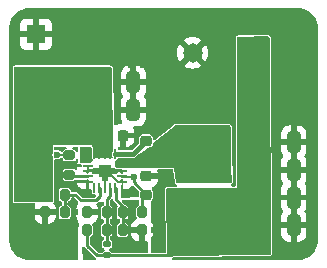
<source format=gbr>
%TF.GenerationSoftware,KiCad,Pcbnew,8.99.0-334-gf341ab9b00*%
%TF.CreationDate,2024-09-09T23:07:31-04:00*%
%TF.ProjectId,Buck Converter,4275636b-2043-46f6-9e76-65727465722e,V1*%
%TF.SameCoordinates,Original*%
%TF.FileFunction,Copper,L1,Top*%
%TF.FilePolarity,Positive*%
%FSLAX46Y46*%
G04 Gerber Fmt 4.6, Leading zero omitted, Abs format (unit mm)*
G04 Created by KiCad (PCBNEW 8.99.0-334-gf341ab9b00) date 2024-09-09 23:07:31*
%MOMM*%
%LPD*%
G01*
G04 APERTURE LIST*
G04 Aperture macros list*
%AMRoundRect*
0 Rectangle with rounded corners*
0 $1 Rounding radius*
0 $2 $3 $4 $5 $6 $7 $8 $9 X,Y pos of 4 corners*
0 Add a 4 corners polygon primitive as box body*
4,1,4,$2,$3,$4,$5,$6,$7,$8,$9,$2,$3,0*
0 Add four circle primitives for the rounded corners*
1,1,$1+$1,$2,$3*
1,1,$1+$1,$4,$5*
1,1,$1+$1,$6,$7*
1,1,$1+$1,$8,$9*
0 Add four rect primitives between the rounded corners*
20,1,$1+$1,$2,$3,$4,$5,0*
20,1,$1+$1,$4,$5,$6,$7,0*
20,1,$1+$1,$6,$7,$8,$9,0*
20,1,$1+$1,$8,$9,$2,$3,0*%
G04 Aperture macros list end*
%TA.AperFunction,SMDPad,CuDef*%
%ADD10RoundRect,0.250000X-0.325000X-0.650000X0.325000X-0.650000X0.325000X0.650000X-0.325000X0.650000X0*%
%TD*%
%TA.AperFunction,SMDPad,CuDef*%
%ADD11O,0.250000X0.850000*%
%TD*%
%TA.AperFunction,SMDPad,CuDef*%
%ADD12O,0.850000X0.250000*%
%TD*%
%TA.AperFunction,SMDPad,CuDef*%
%ADD13R,1.075000X1.026000*%
%TD*%
%TA.AperFunction,SMDPad,CuDef*%
%ADD14RoundRect,0.200000X0.200000X0.275000X-0.200000X0.275000X-0.200000X-0.275000X0.200000X-0.275000X0*%
%TD*%
%TA.AperFunction,SMDPad,CuDef*%
%ADD15RoundRect,0.200000X-0.200000X-0.275000X0.200000X-0.275000X0.200000X0.275000X-0.200000X0.275000X0*%
%TD*%
%TA.AperFunction,SMDPad,CuDef*%
%ADD16RoundRect,0.225000X0.250000X-0.225000X0.250000X0.225000X-0.250000X0.225000X-0.250000X-0.225000X0*%
%TD*%
%TA.AperFunction,SMDPad,CuDef*%
%ADD17R,3.800000X4.000000*%
%TD*%
%TA.AperFunction,ComponentPad*%
%ADD18R,1.650000X1.650000*%
%TD*%
%TA.AperFunction,ComponentPad*%
%ADD19C,1.650000*%
%TD*%
%TA.AperFunction,SMDPad,CuDef*%
%ADD20RoundRect,0.225000X0.225000X0.250000X-0.225000X0.250000X-0.225000X-0.250000X0.225000X-0.250000X0*%
%TD*%
%TA.AperFunction,SMDPad,CuDef*%
%ADD21RoundRect,0.200000X-0.275000X0.200000X-0.275000X-0.200000X0.275000X-0.200000X0.275000X0.200000X0*%
%TD*%
%TA.AperFunction,SMDPad,CuDef*%
%ADD22RoundRect,0.140000X-0.170000X0.140000X-0.170000X-0.140000X0.170000X-0.140000X0.170000X0.140000X0*%
%TD*%
%TA.AperFunction,SMDPad,CuDef*%
%ADD23RoundRect,0.225000X-0.250000X0.225000X-0.250000X-0.225000X0.250000X-0.225000X0.250000X0.225000X0*%
%TD*%
%TA.AperFunction,SMDPad,CuDef*%
%ADD24RoundRect,0.250000X0.325000X0.650000X-0.325000X0.650000X-0.325000X-0.650000X0.325000X-0.650000X0*%
%TD*%
%TA.AperFunction,ViaPad*%
%ADD25C,0.635000*%
%TD*%
%TA.AperFunction,ViaPad*%
%ADD26C,0.600000*%
%TD*%
%TA.AperFunction,Conductor*%
%ADD27C,0.508000*%
%TD*%
%TA.AperFunction,Conductor*%
%ADD28C,0.254000*%
%TD*%
%TA.AperFunction,Conductor*%
%ADD29C,0.200000*%
%TD*%
%TA.AperFunction,Conductor*%
%ADD30C,0.431800*%
%TD*%
G04 APERTURE END LIST*
D10*
%TO.P,C6,1*%
%TO.N,/V_{OUT}*%
X172050000Y-108100000D03*
%TO.P,C6,2*%
%TO.N,GND*%
X175000000Y-108100000D03*
%TD*%
D11*
%TO.P,IC1,1,BST*%
%TO.N,Net-(IC1-BST)*%
X159900000Y-102050000D03*
%TO.P,IC1,2,VIN_1*%
%TO.N,/V_{IN}*%
X159450000Y-102050000D03*
%TO.P,IC1,3,VIN_2*%
X159000000Y-102050000D03*
%TO.P,IC1,4,VIN_3*%
X158550000Y-102050000D03*
%TO.P,IC1,5,VIN_4*%
X158100000Y-102050000D03*
D12*
%TO.P,IC1,6,SW_1*%
%TO.N,Net-(IC1-SW_1)*%
X157550000Y-102600000D03*
%TO.P,IC1,7,PGND_1*%
%TO.N,GND*%
X157550000Y-103050000D03*
%TO.P,IC1,8,PGND_2*%
X157550000Y-103500000D03*
%TO.P,IC1,9,PGOOD*%
%TO.N,Net-(IC1-PGOOD)*%
X157550000Y-103950000D03*
%TO.P,IC1,10,NC_1*%
%TO.N,GND*%
X157550000Y-104400000D03*
D11*
%TO.P,IC1,11,SS*%
%TO.N,unconnected-(IC1-SS-Pad11)*%
X158100000Y-104950000D03*
%TO.P,IC1,12,EN*%
%TO.N,/EN*%
X158550000Y-104950000D03*
%TO.P,IC1,13,AGND*%
%TO.N,GND*%
X159000000Y-104950000D03*
%TO.P,IC1,14,FB*%
%TO.N,Net-(IC1-FB)*%
X159450000Y-104950000D03*
%TO.P,IC1,15,MODE*%
%TO.N,/MODE*%
X159900000Y-104950000D03*
D12*
%TO.P,IC1,16,NC_2*%
%TO.N,GND*%
X160450000Y-104400000D03*
%TO.P,IC1,17,VCC*%
%TO.N,Net-(IC1-VCC)*%
X160450000Y-103950000D03*
%TO.P,IC1,18,PGND_3*%
%TO.N,GND*%
X160450000Y-103500000D03*
%TO.P,IC1,19,SW_2*%
%TO.N,Net-(IC1-SW_1)*%
X160450000Y-103050000D03*
%TO.P,IC1,20,SW_3*%
X160450000Y-102600000D03*
D13*
%TO.P,IC1,21,PGND_4*%
%TO.N,GND*%
X159000000Y-103500000D03*
%TD*%
D14*
%TO.P,R5,1*%
%TO.N,Net-(IC1-FB)*%
X159150000Y-107000000D03*
%TO.P,R5,2*%
%TO.N,GND*%
X157500000Y-107000000D03*
%TD*%
D15*
%TO.P,R2,1*%
%TO.N,/V_{IN}*%
X153962500Y-105500000D03*
%TO.P,R2,2*%
%TO.N,/EN*%
X155612500Y-105500000D03*
%TD*%
D16*
%TO.P,C4,1*%
%TO.N,Net-(IC1-VCC)*%
X162500000Y-105500000D03*
%TO.P,C4,2*%
%TO.N,GND*%
X162500000Y-103950000D03*
%TD*%
D15*
%TO.P,R4,1*%
%TO.N,/V_{OUT}*%
X157500000Y-108500000D03*
%TO.P,R4,2*%
%TO.N,Net-(IC1-FB)*%
X159150000Y-108500000D03*
%TD*%
D10*
%TO.P,C9,1*%
%TO.N,/V_{OUT}*%
X172050000Y-101050000D03*
%TO.P,C9,2*%
%TO.N,GND*%
X175000000Y-101050000D03*
%TD*%
D15*
%TO.P,R6,1*%
%TO.N,/MODE*%
X160500000Y-108500000D03*
%TO.P,R6,2*%
%TO.N,GND*%
X162150000Y-108500000D03*
%TD*%
D17*
%TO.P,L1,1,1*%
%TO.N,Net-(IC1-SW_1)*%
X167475000Y-102075000D03*
%TO.P,L1,2,2*%
%TO.N,/V_{OUT}*%
X167475000Y-107775000D03*
%TD*%
D18*
%TO.P,J1,1*%
%TO.N,GND*%
X153175000Y-91925000D03*
D19*
%TO.P,J1,2*%
%TO.N,/V_{IN}*%
X153175000Y-97005000D03*
%TD*%
D10*
%TO.P,C8,1*%
%TO.N,/V_{OUT}*%
X172050000Y-103400000D03*
%TO.P,C8,2*%
%TO.N,GND*%
X175000000Y-103400000D03*
%TD*%
D18*
%TO.P,J2,1*%
%TO.N,/V_{OUT}*%
X171515000Y-93500000D03*
D19*
%TO.P,J2,2*%
%TO.N,GND*%
X166435000Y-93500000D03*
%TD*%
D20*
%TO.P,C1,1*%
%TO.N,GND*%
X160550000Y-100500000D03*
%TO.P,C1,2*%
%TO.N,/V_{IN}*%
X159000000Y-100500000D03*
%TD*%
D10*
%TO.P,C7,1*%
%TO.N,/V_{OUT}*%
X172050000Y-105750000D03*
%TO.P,C7,2*%
%TO.N,GND*%
X175000000Y-105750000D03*
%TD*%
D21*
%TO.P,R3,1*%
%TO.N,Net-(IC1-VCC)*%
X156000000Y-102175000D03*
%TO.P,R3,2*%
%TO.N,Net-(IC1-PGOOD)*%
X156000000Y-103825000D03*
%TD*%
D22*
%TO.P,C5,1*%
%TO.N,Net-(IC1-FB)*%
X159175000Y-109695000D03*
%TO.P,C5,2*%
%TO.N,/V_{OUT}*%
X159175000Y-110655000D03*
%TD*%
D23*
%TO.P,C10,1*%
%TO.N,Net-(IC1-BST)*%
X162500000Y-100950000D03*
%TO.P,C10,2*%
%TO.N,Net-(IC1-SW_1)*%
X162500000Y-102500000D03*
%TD*%
D15*
%TO.P,R7,1*%
%TO.N,/MODE*%
X160500000Y-107000000D03*
%TO.P,R7,2*%
%TO.N,Net-(IC1-VCC)*%
X162150000Y-107000000D03*
%TD*%
D14*
%TO.P,R1,1*%
%TO.N,/EN*%
X155600000Y-107000000D03*
%TO.P,R1,2*%
%TO.N,GND*%
X153950000Y-107000000D03*
%TD*%
D24*
%TO.P,C2,1*%
%TO.N,GND*%
X161425000Y-98325000D03*
%TO.P,C2,2*%
%TO.N,/V_{IN}*%
X158475000Y-98325000D03*
%TD*%
%TO.P,C3,1*%
%TO.N,GND*%
X161425000Y-95975000D03*
%TO.P,C3,2*%
%TO.N,/V_{IN}*%
X158475000Y-95975000D03*
%TD*%
D25*
%TO.N,/V_{OUT}*%
X170675000Y-109950000D03*
X170725000Y-97025000D03*
X170675000Y-107175000D03*
X170775000Y-100250000D03*
X169175000Y-107175000D03*
X172125000Y-98725000D03*
X166200000Y-109950000D03*
X167625000Y-109950000D03*
X170700000Y-104375000D03*
X164800000Y-105825000D03*
X169175000Y-109975000D03*
X170700000Y-103075000D03*
X164775000Y-107900000D03*
X170700000Y-108500000D03*
X170750000Y-98725000D03*
X172150000Y-95450000D03*
X172100000Y-97025000D03*
X170700000Y-101625000D03*
X169175000Y-105825000D03*
X170675000Y-105775000D03*
X170775000Y-95450000D03*
X169200000Y-108500000D03*
X167075000Y-105825000D03*
%TO.N,/V_{IN}*%
X152275000Y-98725000D03*
X152300000Y-100450000D03*
X157500000Y-98700000D03*
X155550000Y-100500000D03*
X152350000Y-104275000D03*
X157525000Y-100525000D03*
X155550000Y-98725000D03*
X152300000Y-102325000D03*
X157475000Y-96675000D03*
X153750000Y-100450000D03*
X153800000Y-104275000D03*
X153725000Y-98725000D03*
X155550000Y-96675000D03*
X153750000Y-102325000D03*
D26*
%TO.N,GND*%
X176600000Y-105700000D03*
X159825000Y-107750000D03*
X163675000Y-103950000D03*
X160700000Y-105350000D03*
X160200000Y-94550000D03*
X163675000Y-105050000D03*
X163675000Y-106050000D03*
X176575000Y-101025000D03*
X161350000Y-109800000D03*
X161200000Y-94550000D03*
X161450000Y-105350000D03*
X160225000Y-109775000D03*
X158275000Y-109675000D03*
X162925000Y-96625000D03*
X156500000Y-109700000D03*
X176575000Y-103350000D03*
X152650000Y-106600000D03*
X155025000Y-104325000D03*
X151600000Y-107750000D03*
X156550000Y-108100000D03*
X152650000Y-107750000D03*
X162925000Y-95700000D03*
X151600000Y-108850000D03*
X156450000Y-106950000D03*
X151600000Y-106600000D03*
X155025000Y-103550000D03*
X162875000Y-97925000D03*
X176600000Y-108075000D03*
X159000000Y-103500000D03*
X162250000Y-94550000D03*
X162875000Y-98825000D03*
X152650000Y-108850000D03*
%TO.N,Net-(IC1-VCC)*%
X161475000Y-103975000D03*
X154975000Y-102125000D03*
%TO.N,Net-(IC1-SW_1)*%
X164650000Y-102725000D03*
X161425000Y-102900000D03*
X163800000Y-102000000D03*
X157450000Y-102000000D03*
X164600000Y-101150000D03*
%TD*%
D27*
%TO.N,/V_{OUT}*%
X171850000Y-108200000D02*
X172050000Y-108000000D01*
D28*
X157500000Y-108500000D02*
X157500000Y-109825000D01*
X167075000Y-107775000D02*
X167475000Y-107775000D01*
X158330000Y-110655000D02*
X159175000Y-110655000D01*
X167475000Y-107775000D02*
X164595000Y-110655000D01*
X157500000Y-109825000D02*
X158330000Y-110655000D01*
X164595000Y-110655000D02*
X159175000Y-110655000D01*
%TO.N,/MODE*%
X159950000Y-105950000D02*
X159950000Y-104950000D01*
X160500000Y-106500000D02*
X159950000Y-105950000D01*
X160500000Y-108500000D02*
X160500000Y-106500000D01*
D29*
%TO.N,GND*%
X158975000Y-103450000D02*
X159000000Y-103500000D01*
X159000000Y-104950000D02*
X158975000Y-103450000D01*
X159109619Y-103400000D02*
X159450000Y-103400000D01*
X159450000Y-103740381D02*
X160109619Y-104400000D01*
X160109619Y-104400000D02*
X160450000Y-104400000D01*
X157550000Y-103050000D02*
X157550000Y-103500000D01*
X159000000Y-103500000D02*
X159209619Y-103500000D01*
X159209619Y-103500000D02*
X159109619Y-103400000D01*
X159450000Y-103400000D02*
X159450000Y-103740381D01*
D28*
%TO.N,Net-(IC1-VCC)*%
X162500000Y-105500000D02*
X161475000Y-104475000D01*
X162150000Y-107000000D02*
X162150000Y-105850000D01*
X161475000Y-104475000D02*
X161475000Y-103975000D01*
X162150000Y-105850000D02*
X162500000Y-105500000D01*
D29*
X155025000Y-102175000D02*
X154975000Y-102125000D01*
X156000000Y-102175000D02*
X155025000Y-102175000D01*
X160475000Y-103975000D02*
X160450000Y-103950000D01*
X161475000Y-103975000D02*
X160475000Y-103975000D01*
D28*
%TO.N,Net-(IC1-PGOOD)*%
X156125000Y-103950000D02*
X157600000Y-103950000D01*
X156000000Y-103825000D02*
X156125000Y-103950000D01*
%TO.N,/EN*%
X157000000Y-106000000D02*
X158229000Y-106000000D01*
X156500000Y-105500000D02*
X157000000Y-106000000D01*
X155612500Y-105500000D02*
X155612500Y-106987500D01*
X155612500Y-106987500D02*
X155600000Y-107000000D01*
X158229000Y-106000000D02*
X158600000Y-105629000D01*
X158600000Y-105629000D02*
X158600000Y-104950000D01*
X155612500Y-105500000D02*
X156500000Y-105500000D01*
D29*
%TO.N,Net-(IC1-BST)*%
X162500000Y-100950000D02*
X162275000Y-101175000D01*
D30*
X159900000Y-102050000D02*
X161400000Y-102050000D01*
X161400000Y-102050000D02*
X162500000Y-100950000D01*
D28*
%TO.N,Net-(IC1-FB)*%
X159450000Y-105625000D02*
X159175000Y-105900000D01*
D29*
X159175000Y-108525000D02*
X159150000Y-108500000D01*
D28*
X159450000Y-104950000D02*
X159450000Y-105625000D01*
X159175000Y-105900000D02*
X159175000Y-109695000D01*
%TD*%
%TA.AperFunction,Conductor*%
%TO.N,Net-(IC1-SW_1)*%
G36*
X157818039Y-101469685D02*
G01*
X157863794Y-101522489D01*
X157875000Y-101574000D01*
X157875000Y-101690424D01*
X157874500Y-101695506D01*
X157874500Y-102404507D01*
X157875000Y-102409582D01*
X157875000Y-102700500D01*
X157855315Y-102767539D01*
X157802511Y-102813294D01*
X157751000Y-102824500D01*
X157195493Y-102824500D01*
X157190418Y-102825000D01*
X156999000Y-102825000D01*
X156931961Y-102805315D01*
X156886206Y-102752511D01*
X156875000Y-102701000D01*
X156875000Y-101574000D01*
X156894685Y-101506961D01*
X156947489Y-101461206D01*
X156999000Y-101450000D01*
X157751000Y-101450000D01*
X157818039Y-101469685D01*
G37*
%TD.AperFunction*%
%TD*%
%TA.AperFunction,Conductor*%
%TO.N,GND*%
G36*
X158890539Y-106119685D02*
G01*
X158936294Y-106172489D01*
X158947500Y-106224000D01*
X158947500Y-106316816D01*
X158927815Y-106383855D01*
X158875011Y-106429610D01*
X158873587Y-106430250D01*
X158777234Y-106472794D01*
X158697794Y-106552234D01*
X158652415Y-106655006D01*
X158652415Y-106655008D01*
X158649500Y-106680131D01*
X158649500Y-107319856D01*
X158649502Y-107319882D01*
X158652413Y-107344987D01*
X158652415Y-107344991D01*
X158697793Y-107447764D01*
X158697794Y-107447765D01*
X158777235Y-107527206D01*
X158873588Y-107569750D01*
X158926962Y-107614834D01*
X158947490Y-107681620D01*
X158947500Y-107683183D01*
X158947500Y-107816816D01*
X158927815Y-107883855D01*
X158875011Y-107929610D01*
X158873587Y-107930250D01*
X158777234Y-107972794D01*
X158697794Y-108052234D01*
X158652415Y-108155006D01*
X158652415Y-108155008D01*
X158649500Y-108180131D01*
X158649500Y-108819856D01*
X158649502Y-108819882D01*
X158652413Y-108844987D01*
X158652415Y-108844991D01*
X158697793Y-108947764D01*
X158697794Y-108947765D01*
X158777235Y-109027206D01*
X158873588Y-109069750D01*
X158926962Y-109114834D01*
X158947490Y-109181620D01*
X158947500Y-109183183D01*
X158947500Y-109237893D01*
X158927815Y-109304932D01*
X158892392Y-109340995D01*
X158831608Y-109381610D01*
X158778454Y-109461161D01*
X158778452Y-109461165D01*
X158764500Y-109531307D01*
X158764500Y-109858692D01*
X158778452Y-109928834D01*
X158778453Y-109928837D01*
X158778454Y-109928839D01*
X158831609Y-110008391D01*
X158911161Y-110061546D01*
X158921316Y-110068331D01*
X158920254Y-110069919D01*
X158962896Y-110104286D01*
X158984956Y-110170582D01*
X158967673Y-110238280D01*
X158921219Y-110281524D01*
X158921316Y-110281669D01*
X158920423Y-110282265D01*
X158916533Y-110285887D01*
X158911699Y-110288094D01*
X158831608Y-110341609D01*
X158811041Y-110372391D01*
X158757428Y-110417196D01*
X158707939Y-110427500D01*
X158475595Y-110427500D01*
X158408556Y-110407815D01*
X158387914Y-110391181D01*
X157763819Y-109767086D01*
X157730334Y-109705763D01*
X157727500Y-109679405D01*
X157727500Y-109172144D01*
X157747185Y-109105105D01*
X157799989Y-109059350D01*
X157801290Y-109058765D01*
X157872765Y-109027206D01*
X157952206Y-108947765D01*
X157997585Y-108844991D01*
X158000500Y-108819865D01*
X158000499Y-108180136D01*
X158000497Y-108180117D01*
X157997586Y-108155012D01*
X157997585Y-108155011D01*
X157997585Y-108155009D01*
X157957319Y-108063815D01*
X157948248Y-107994542D01*
X157978071Y-107931357D01*
X158006604Y-107907616D01*
X158134877Y-107830072D01*
X158255072Y-107709877D01*
X158343019Y-107564395D01*
X158393590Y-107402106D01*
X158400000Y-107331572D01*
X158400000Y-107250000D01*
X157374000Y-107250000D01*
X157306961Y-107230315D01*
X157261206Y-107177511D01*
X157250000Y-107126000D01*
X157250000Y-106874000D01*
X157269685Y-106806961D01*
X157322489Y-106761206D01*
X157374000Y-106750000D01*
X158399999Y-106750000D01*
X158399999Y-106668417D01*
X158393591Y-106597897D01*
X158393590Y-106597892D01*
X158343018Y-106435601D01*
X158303290Y-106369884D01*
X158285453Y-106302329D01*
X158306970Y-106235855D01*
X158348930Y-106201466D01*
X158347716Y-106199648D01*
X158357865Y-106192866D01*
X158357868Y-106192865D01*
X158414415Y-106136317D01*
X158475736Y-106102834D01*
X158502095Y-106100000D01*
X158823500Y-106100000D01*
X158890539Y-106119685D01*
G37*
%TD.AperFunction*%
%TA.AperFunction,Conductor*%
G36*
X159641834Y-105857413D02*
G01*
X159697767Y-105899285D01*
X159722184Y-105964749D01*
X159722500Y-105973595D01*
X159722500Y-105995253D01*
X159757136Y-106078870D01*
X160051466Y-106373200D01*
X160084951Y-106434523D01*
X160079967Y-106504215D01*
X160051470Y-106548559D01*
X160047794Y-106552234D01*
X160002415Y-106655006D01*
X160002415Y-106655008D01*
X159999500Y-106680131D01*
X159999500Y-107319856D01*
X159999502Y-107319882D01*
X160002413Y-107344987D01*
X160002415Y-107344991D01*
X160047793Y-107447764D01*
X160047794Y-107447765D01*
X160127235Y-107527206D01*
X160198587Y-107558711D01*
X160251962Y-107603795D01*
X160272490Y-107670581D01*
X160272500Y-107672144D01*
X160272500Y-107827855D01*
X160252815Y-107894894D01*
X160200011Y-107940649D01*
X160198587Y-107941289D01*
X160127234Y-107972794D01*
X160047794Y-108052234D01*
X160002415Y-108155006D01*
X160002415Y-108155008D01*
X159999500Y-108180131D01*
X159999500Y-108819856D01*
X159999502Y-108819882D01*
X160002413Y-108844987D01*
X160002415Y-108844991D01*
X160047793Y-108947764D01*
X160047794Y-108947765D01*
X160127235Y-109027206D01*
X160230009Y-109072585D01*
X160255135Y-109075500D01*
X160744864Y-109075499D01*
X160744879Y-109075497D01*
X160744882Y-109075497D01*
X160769987Y-109072586D01*
X160769988Y-109072585D01*
X160769991Y-109072585D01*
X160872765Y-109027206D01*
X160952206Y-108947765D01*
X160997585Y-108844991D01*
X161000500Y-108819865D01*
X161000500Y-108750000D01*
X161250001Y-108750000D01*
X161250001Y-108831582D01*
X161256408Y-108902102D01*
X161256409Y-108902107D01*
X161306981Y-109064396D01*
X161394927Y-109209877D01*
X161515122Y-109330072D01*
X161660604Y-109418019D01*
X161660603Y-109418019D01*
X161822894Y-109468590D01*
X161822893Y-109468590D01*
X161893408Y-109474998D01*
X161893426Y-109474999D01*
X161899999Y-109474998D01*
X161900000Y-109474998D01*
X161900000Y-108750000D01*
X161250001Y-108750000D01*
X161000500Y-108750000D01*
X161000499Y-108180136D01*
X161000497Y-108180117D01*
X160997586Y-108155012D01*
X160997585Y-108155010D01*
X160997585Y-108155009D01*
X160952206Y-108052235D01*
X160872765Y-107972794D01*
X160801413Y-107941289D01*
X160748037Y-107896203D01*
X160727510Y-107829417D01*
X160727500Y-107827855D01*
X160727500Y-107672144D01*
X160747185Y-107605105D01*
X160799989Y-107559350D01*
X160801290Y-107558765D01*
X160872765Y-107527206D01*
X160952206Y-107447765D01*
X160997585Y-107344991D01*
X161000500Y-107319865D01*
X161000499Y-106680136D01*
X160999140Y-106668417D01*
X160997586Y-106655012D01*
X160997585Y-106655010D01*
X160997585Y-106655009D01*
X160952206Y-106552235D01*
X160872765Y-106472794D01*
X160826412Y-106452327D01*
X160769993Y-106427415D01*
X160766462Y-106426455D01*
X160763007Y-106424331D01*
X160761458Y-106423647D01*
X160761551Y-106423435D01*
X160706942Y-106389861D01*
X160695911Y-106375692D01*
X160692866Y-106371135D01*
X160692865Y-106371132D01*
X160628868Y-106307135D01*
X160483414Y-106161681D01*
X160449929Y-106100358D01*
X160454913Y-106030666D01*
X160496785Y-105974733D01*
X160562249Y-105950316D01*
X160571095Y-105950000D01*
X161798500Y-105950000D01*
X161865539Y-105969685D01*
X161911294Y-106022489D01*
X161922500Y-106074000D01*
X161922500Y-106327855D01*
X161902815Y-106394894D01*
X161850011Y-106440649D01*
X161848587Y-106441289D01*
X161777234Y-106472794D01*
X161697794Y-106552234D01*
X161652415Y-106655006D01*
X161652415Y-106655008D01*
X161649500Y-106680131D01*
X161649500Y-107319856D01*
X161649502Y-107319882D01*
X161652413Y-107344987D01*
X161652414Y-107344988D01*
X161652414Y-107344990D01*
X161652415Y-107344991D01*
X161692679Y-107436181D01*
X161701751Y-107505458D01*
X161671928Y-107568643D01*
X161643396Y-107592382D01*
X161515125Y-107669925D01*
X161515121Y-107669928D01*
X161394927Y-107790122D01*
X161306980Y-107935604D01*
X161256409Y-108097893D01*
X161250000Y-108168427D01*
X161250000Y-108250000D01*
X162276000Y-108250000D01*
X162343039Y-108269685D01*
X162388794Y-108322489D01*
X162400000Y-108374000D01*
X162400000Y-109474999D01*
X162406581Y-109474999D01*
X162477102Y-109468591D01*
X162477106Y-109468591D01*
X162509493Y-109458498D01*
X162579353Y-109457344D01*
X162638747Y-109494143D01*
X162668817Y-109557211D01*
X162670383Y-109577894D01*
X162664452Y-110304512D01*
X162644221Y-110371389D01*
X162591045Y-110416711D01*
X162540456Y-110427500D01*
X159642061Y-110427500D01*
X159575022Y-110407815D01*
X159538959Y-110372391D01*
X159518391Y-110341609D01*
X159428684Y-110281669D01*
X159429745Y-110280080D01*
X159387106Y-110245718D01*
X159365043Y-110179423D01*
X159382324Y-110111724D01*
X159428779Y-110068474D01*
X159428684Y-110068331D01*
X159429567Y-110067740D01*
X159433462Y-110064115D01*
X159438301Y-110061904D01*
X159438835Y-110061546D01*
X159438839Y-110061546D01*
X159518391Y-110008391D01*
X159571546Y-109928839D01*
X159585500Y-109858688D01*
X159585500Y-109531312D01*
X159585500Y-109531309D01*
X159585499Y-109531307D01*
X159571547Y-109461165D01*
X159571546Y-109461164D01*
X159571546Y-109461161D01*
X159518391Y-109381609D01*
X159457608Y-109340995D01*
X159412804Y-109287382D01*
X159402500Y-109237893D01*
X159402500Y-109161106D01*
X159422185Y-109094067D01*
X159474989Y-109048312D01*
X159476414Y-109047672D01*
X159485227Y-109043780D01*
X159522765Y-109027206D01*
X159602206Y-108947765D01*
X159647585Y-108844991D01*
X159650500Y-108819865D01*
X159650499Y-108180136D01*
X159650497Y-108180117D01*
X159647586Y-108155012D01*
X159647585Y-108155010D01*
X159647585Y-108155009D01*
X159602206Y-108052235D01*
X159522765Y-107972794D01*
X159476412Y-107952327D01*
X159423037Y-107907240D01*
X159402510Y-107840454D01*
X159402500Y-107838893D01*
X159402500Y-107661106D01*
X159422185Y-107594067D01*
X159474989Y-107548312D01*
X159476414Y-107547672D01*
X159485227Y-107543780D01*
X159522765Y-107527206D01*
X159602206Y-107447765D01*
X159647585Y-107344991D01*
X159650500Y-107319865D01*
X159650499Y-106680136D01*
X159649140Y-106668417D01*
X159647586Y-106655012D01*
X159647585Y-106655010D01*
X159647585Y-106655009D01*
X159602206Y-106552235D01*
X159522765Y-106472794D01*
X159476412Y-106452327D01*
X159423037Y-106407240D01*
X159402510Y-106340454D01*
X159402500Y-106338893D01*
X159402500Y-106045595D01*
X159422185Y-105978556D01*
X159438819Y-105957914D01*
X159510819Y-105885914D01*
X159572142Y-105852429D01*
X159641834Y-105857413D01*
G37*
%TD.AperFunction*%
%TD*%
%TA.AperFunction,NonConductor*%
G36*
X157293748Y-109941374D02*
G01*
X157303029Y-109949763D01*
X158137135Y-110783868D01*
X158137136Y-110783869D01*
X158191086Y-110837820D01*
X158224570Y-110899143D01*
X158219585Y-110968835D01*
X158177714Y-111024768D01*
X158112249Y-111049184D01*
X158103404Y-111049500D01*
X157241579Y-111049500D01*
X157174540Y-111029815D01*
X157128785Y-110977011D01*
X157117633Y-110929161D01*
X157091403Y-110041099D01*
X157109099Y-109973514D01*
X157160529Y-109926220D01*
X157229364Y-109914239D01*
X157293748Y-109941374D01*
G37*
%TD.AperFunction*%
%TA.AperFunction,Conductor*%
%TO.N,GND*%
G36*
X175313194Y-89714715D02*
G01*
X175356362Y-89714714D01*
X175365206Y-89715029D01*
X175593813Y-89731378D01*
X175611312Y-89733894D01*
X175830926Y-89781667D01*
X175847899Y-89786651D01*
X176058478Y-89865192D01*
X176074566Y-89872539D01*
X176271838Y-89980256D01*
X176286703Y-89989810D01*
X176466626Y-90124498D01*
X176479997Y-90136084D01*
X176638915Y-90295002D01*
X176650501Y-90308373D01*
X176785184Y-90488289D01*
X176794745Y-90503165D01*
X176847621Y-90600000D01*
X176902458Y-90700428D01*
X176909807Y-90716521D01*
X176988348Y-90927100D01*
X176993332Y-90944075D01*
X177041103Y-91163679D01*
X177043621Y-91181192D01*
X177059969Y-91409792D01*
X177060285Y-91418637D01*
X177060285Y-91471793D01*
X177060286Y-91471806D01*
X177060286Y-109345572D01*
X177059970Y-109354418D01*
X177043620Y-109583016D01*
X177041102Y-109600529D01*
X176993329Y-109820134D01*
X176988345Y-109837109D01*
X176909803Y-110047688D01*
X176902453Y-110063781D01*
X176794747Y-110261028D01*
X176785182Y-110275911D01*
X176650494Y-110455833D01*
X176638908Y-110469205D01*
X176479993Y-110628119D01*
X176466622Y-110639704D01*
X176286708Y-110774385D01*
X176271824Y-110783951D01*
X176074565Y-110891660D01*
X176058472Y-110899009D01*
X175847897Y-110977549D01*
X175830921Y-110982533D01*
X175611318Y-111030303D01*
X175593806Y-111032821D01*
X175365009Y-111049183D01*
X175356164Y-111049499D01*
X175303206Y-111049499D01*
X175303194Y-111049500D01*
X164821595Y-111049500D01*
X164754556Y-111029815D01*
X164708801Y-110977011D01*
X164698857Y-110907853D01*
X164727882Y-110844297D01*
X164733820Y-110837913D01*
X164733921Y-110837811D01*
X164734288Y-110837444D01*
X164795574Y-110803894D01*
X164820998Y-110801037D01*
X172927301Y-110731555D01*
X172949541Y-110728989D01*
X173000598Y-110717509D01*
X173046972Y-110693936D01*
X173099528Y-110647896D01*
X173131396Y-110597715D01*
X173150718Y-110530571D01*
X173154830Y-110500826D01*
X173154625Y-110462940D01*
X173143219Y-108350000D01*
X173925001Y-108350000D01*
X173925001Y-108799986D01*
X173935494Y-108902697D01*
X173990641Y-109069119D01*
X173990643Y-109069124D01*
X174082684Y-109218345D01*
X174206654Y-109342315D01*
X174355875Y-109434356D01*
X174355880Y-109434358D01*
X174522302Y-109489505D01*
X174522309Y-109489506D01*
X174625019Y-109499999D01*
X174749999Y-109499999D01*
X174750000Y-109499998D01*
X174750000Y-108350000D01*
X175250000Y-108350000D01*
X175250000Y-109499999D01*
X175374972Y-109499999D01*
X175374986Y-109499998D01*
X175477697Y-109489505D01*
X175644119Y-109434358D01*
X175644124Y-109434356D01*
X175793345Y-109342315D01*
X175917315Y-109218345D01*
X176009356Y-109069124D01*
X176009358Y-109069119D01*
X176064505Y-108902697D01*
X176064506Y-108902690D01*
X176074999Y-108799986D01*
X176075000Y-108799973D01*
X176075000Y-108350000D01*
X175250000Y-108350000D01*
X174750000Y-108350000D01*
X173925001Y-108350000D01*
X173143219Y-108350000D01*
X173140520Y-107850000D01*
X173925000Y-107850000D01*
X174750000Y-107850000D01*
X174750000Y-106000000D01*
X175250000Y-106000000D01*
X175250000Y-107850000D01*
X176074999Y-107850000D01*
X176074999Y-107400028D01*
X176074998Y-107400013D01*
X176064505Y-107297302D01*
X176009358Y-107130880D01*
X176009353Y-107130869D01*
X175922523Y-106990097D01*
X175904082Y-106922705D01*
X175922523Y-106859903D01*
X176009353Y-106719130D01*
X176009358Y-106719119D01*
X176064505Y-106552697D01*
X176064506Y-106552690D01*
X176074999Y-106449986D01*
X176075000Y-106449973D01*
X176075000Y-106000000D01*
X175250000Y-106000000D01*
X174750000Y-106000000D01*
X173925001Y-106000000D01*
X173925001Y-106449986D01*
X173935494Y-106552697D01*
X173990641Y-106719119D01*
X173990643Y-106719124D01*
X174077477Y-106859903D01*
X174095917Y-106927296D01*
X174077477Y-106990097D01*
X173990643Y-107130875D01*
X173990641Y-107130880D01*
X173935494Y-107297302D01*
X173935493Y-107297309D01*
X173925000Y-107400013D01*
X173925000Y-107850000D01*
X173140520Y-107850000D01*
X173127835Y-105500000D01*
X173925000Y-105500000D01*
X174750000Y-105500000D01*
X174750000Y-103650000D01*
X175250000Y-103650000D01*
X175250000Y-105500000D01*
X176074999Y-105500000D01*
X176074999Y-105050028D01*
X176074998Y-105050013D01*
X176064505Y-104947302D01*
X176009358Y-104780880D01*
X176009353Y-104780869D01*
X175922523Y-104640097D01*
X175904082Y-104572705D01*
X175922523Y-104509903D01*
X176009353Y-104369130D01*
X176009358Y-104369119D01*
X176064505Y-104202697D01*
X176064506Y-104202690D01*
X176074999Y-104099986D01*
X176075000Y-104099973D01*
X176075000Y-103650000D01*
X175250000Y-103650000D01*
X174750000Y-103650000D01*
X173925001Y-103650000D01*
X173925001Y-104099986D01*
X173935494Y-104202697D01*
X173990641Y-104369119D01*
X173990643Y-104369124D01*
X174077477Y-104509903D01*
X174095917Y-104577296D01*
X174077477Y-104640097D01*
X173990643Y-104780875D01*
X173990641Y-104780880D01*
X173935494Y-104947302D01*
X173935493Y-104947309D01*
X173925000Y-105050013D01*
X173925000Y-105500000D01*
X173127835Y-105500000D01*
X173115149Y-103150000D01*
X173925000Y-103150000D01*
X174750000Y-103150000D01*
X174750000Y-101300000D01*
X175250000Y-101300000D01*
X175250000Y-103150000D01*
X176074999Y-103150000D01*
X176074999Y-102700028D01*
X176074998Y-102700013D01*
X176064505Y-102597302D01*
X176009358Y-102430880D01*
X176009353Y-102430869D01*
X175922523Y-102290097D01*
X175904082Y-102222705D01*
X175922523Y-102159903D01*
X176009353Y-102019130D01*
X176009358Y-102019119D01*
X176064505Y-101852697D01*
X176064506Y-101852690D01*
X176074999Y-101749986D01*
X176075000Y-101749973D01*
X176075000Y-101300000D01*
X175250000Y-101300000D01*
X174750000Y-101300000D01*
X173925001Y-101300000D01*
X173925001Y-101749986D01*
X173935494Y-101852697D01*
X173990641Y-102019119D01*
X173990643Y-102019124D01*
X174077477Y-102159903D01*
X174095917Y-102227296D01*
X174077477Y-102290097D01*
X173990643Y-102430875D01*
X173990641Y-102430880D01*
X173935494Y-102597302D01*
X173935493Y-102597309D01*
X173925000Y-102700013D01*
X173925000Y-103150000D01*
X173115149Y-103150000D01*
X173102464Y-100800000D01*
X173925000Y-100800000D01*
X174750000Y-100800000D01*
X174750000Y-99650000D01*
X175250000Y-99650000D01*
X175250000Y-100800000D01*
X176074999Y-100800000D01*
X176074999Y-100350028D01*
X176074998Y-100350013D01*
X176064505Y-100247302D01*
X176009358Y-100080880D01*
X176009356Y-100080875D01*
X175917315Y-99931654D01*
X175793345Y-99807684D01*
X175644124Y-99715643D01*
X175644119Y-99715641D01*
X175477697Y-99660494D01*
X175477690Y-99660493D01*
X175374986Y-99650000D01*
X175250000Y-99650000D01*
X174750000Y-99650000D01*
X174625027Y-99650000D01*
X174625012Y-99650001D01*
X174522302Y-99660494D01*
X174355880Y-99715641D01*
X174355875Y-99715643D01*
X174206654Y-99807684D01*
X174082684Y-99931654D01*
X173990643Y-100080875D01*
X173990641Y-100080880D01*
X173935494Y-100247302D01*
X173935493Y-100247309D01*
X173925000Y-100350013D01*
X173925000Y-100800000D01*
X173102464Y-100800000D01*
X173056169Y-92223888D01*
X173056169Y-92223886D01*
X173055433Y-92217430D01*
X173053595Y-92201285D01*
X173041918Y-92149419D01*
X173018094Y-92102781D01*
X173018093Y-92102779D01*
X172971866Y-92050400D01*
X172971860Y-92050394D01*
X172943003Y-92032218D01*
X172921563Y-92018713D01*
X172921560Y-92018712D01*
X172854353Y-91999640D01*
X172854352Y-91999639D01*
X172854349Y-91999639D01*
X172824588Y-91995635D01*
X172824585Y-91995635D01*
X170322148Y-92018384D01*
X170300119Y-92020916D01*
X170300110Y-92020918D01*
X170249512Y-92032218D01*
X170203263Y-92055585D01*
X170150548Y-92101444D01*
X170150547Y-92101445D01*
X170118510Y-92151512D01*
X170098957Y-92218586D01*
X170098956Y-92218590D01*
X170094740Y-92248316D01*
X170119052Y-104696209D01*
X170099498Y-104763287D01*
X170046784Y-104809145D01*
X169995567Y-104820450D01*
X169812949Y-104821208D01*
X169745828Y-104801802D01*
X169699854Y-104749188D01*
X169689624Y-104680072D01*
X169718385Y-104616396D01*
X169741716Y-104595351D01*
X169747940Y-104591028D01*
X169747946Y-104591026D01*
X169799806Y-104544203D01*
X169815362Y-104518875D01*
X169830917Y-104493549D01*
X169830917Y-104493548D01*
X169830918Y-104493547D01*
X169849230Y-104426120D01*
X169852896Y-104396317D01*
X169849709Y-104240173D01*
X169800483Y-101828108D01*
X169757956Y-99744316D01*
X169755333Y-99722994D01*
X169744154Y-99674014D01*
X169721031Y-99628401D01*
X169675276Y-99575597D01*
X169625268Y-99543459D01*
X169596951Y-99535144D01*
X169558234Y-99523775D01*
X169558230Y-99523774D01*
X169558229Y-99523774D01*
X169528505Y-99519500D01*
X164994593Y-99519500D01*
X164994581Y-99519500D01*
X164988337Y-99519686D01*
X164973550Y-99520569D01*
X164941897Y-99528055D01*
X164940740Y-99528329D01*
X164938283Y-99528910D01*
X164874071Y-99556425D01*
X164848430Y-99572064D01*
X163278472Y-100868983D01*
X163214251Y-100896503D01*
X163145345Y-100884934D01*
X163093634Y-100837948D01*
X163075499Y-100773384D01*
X163075499Y-100686867D01*
X163075499Y-100686862D01*
X163069259Y-100639455D01*
X163020747Y-100535421D01*
X162939579Y-100454253D01*
X162835545Y-100405741D01*
X162835543Y-100405740D01*
X162835544Y-100405740D01*
X162788139Y-100399500D01*
X162211867Y-100399500D01*
X162196839Y-100401478D01*
X162164455Y-100405741D01*
X162164453Y-100405742D01*
X162164451Y-100405742D01*
X162060420Y-100454253D01*
X161979253Y-100535420D01*
X161930740Y-100639456D01*
X161924500Y-100686860D01*
X161924500Y-101026680D01*
X161904815Y-101093719D01*
X161888181Y-101114361D01*
X161305262Y-101697281D01*
X161243939Y-101730766D01*
X161217581Y-101733600D01*
X160220141Y-101733600D01*
X160153102Y-101713915D01*
X160107347Y-101661111D01*
X160105579Y-101657051D01*
X160098775Y-101640624D01*
X160091308Y-101571155D01*
X160122583Y-101508676D01*
X160182673Y-101473024D01*
X160225941Y-101469815D01*
X160276685Y-101474999D01*
X160300000Y-101474998D01*
X160300000Y-100750000D01*
X160800000Y-100750000D01*
X160800000Y-101474999D01*
X160823308Y-101474999D01*
X160823322Y-101474998D01*
X160922607Y-101464855D01*
X161083481Y-101411547D01*
X161083492Y-101411542D01*
X161227728Y-101322575D01*
X161227732Y-101322572D01*
X161347572Y-101202732D01*
X161347575Y-101202728D01*
X161436542Y-101058492D01*
X161436547Y-101058481D01*
X161489855Y-100897606D01*
X161499999Y-100798322D01*
X161500000Y-100798309D01*
X161500000Y-100750000D01*
X160800000Y-100750000D01*
X160300000Y-100750000D01*
X160300000Y-100374000D01*
X160319685Y-100306961D01*
X160372489Y-100261206D01*
X160424000Y-100250000D01*
X161499999Y-100250000D01*
X161499999Y-100201692D01*
X161499998Y-100201677D01*
X161489855Y-100102392D01*
X161436547Y-99941518D01*
X161436544Y-99941512D01*
X161419634Y-99914097D01*
X161401193Y-99846705D01*
X161422114Y-99780041D01*
X161475756Y-99735271D01*
X161525172Y-99724999D01*
X161799972Y-99724999D01*
X161799986Y-99724998D01*
X161902697Y-99714505D01*
X162069119Y-99659358D01*
X162069124Y-99659356D01*
X162218345Y-99567315D01*
X162342315Y-99443345D01*
X162434356Y-99294124D01*
X162434358Y-99294119D01*
X162489505Y-99127697D01*
X162489506Y-99127690D01*
X162499999Y-99024986D01*
X162500000Y-99024973D01*
X162500000Y-98575000D01*
X160350001Y-98575000D01*
X160350001Y-99024986D01*
X160360494Y-99127697D01*
X160415641Y-99294119D01*
X160415645Y-99294128D01*
X160441413Y-99335904D01*
X160459853Y-99403296D01*
X160438930Y-99469960D01*
X160385288Y-99514729D01*
X160335876Y-99525000D01*
X160276693Y-99525000D01*
X160276676Y-99525001D01*
X160177392Y-99535144D01*
X160016518Y-99588452D01*
X160016513Y-99588454D01*
X159944974Y-99632581D01*
X159877581Y-99651021D01*
X159810918Y-99630098D01*
X159766148Y-99576457D01*
X159755884Y-99528332D01*
X159740798Y-98075000D01*
X160350000Y-98075000D01*
X161175000Y-98075000D01*
X161175000Y-96225000D01*
X161675000Y-96225000D01*
X161675000Y-98075000D01*
X162499999Y-98075000D01*
X162499999Y-97625028D01*
X162499998Y-97625013D01*
X162489505Y-97522302D01*
X162434358Y-97355880D01*
X162434353Y-97355869D01*
X162347523Y-97215097D01*
X162329082Y-97147705D01*
X162347523Y-97084903D01*
X162434353Y-96944130D01*
X162434358Y-96944119D01*
X162489505Y-96777697D01*
X162489506Y-96777690D01*
X162499999Y-96674986D01*
X162500000Y-96674973D01*
X162500000Y-96225000D01*
X161675000Y-96225000D01*
X161175000Y-96225000D01*
X160350001Y-96225000D01*
X160350001Y-96674986D01*
X160360494Y-96777697D01*
X160415641Y-96944119D01*
X160415643Y-96944124D01*
X160502477Y-97084903D01*
X160520917Y-97152296D01*
X160502477Y-97215097D01*
X160415643Y-97355875D01*
X160415641Y-97355880D01*
X160360494Y-97522302D01*
X160360493Y-97522309D01*
X160350000Y-97625013D01*
X160350000Y-98075000D01*
X159740798Y-98075000D01*
X159716405Y-95725000D01*
X160350000Y-95725000D01*
X161175000Y-95725000D01*
X161175000Y-94575000D01*
X161675000Y-94575000D01*
X161675000Y-95725000D01*
X162499999Y-95725000D01*
X162499999Y-95275028D01*
X162499998Y-95275013D01*
X162489505Y-95172302D01*
X162434358Y-95005880D01*
X162434356Y-95005875D01*
X162342315Y-94856654D01*
X162218345Y-94732684D01*
X162069124Y-94640643D01*
X162069119Y-94640641D01*
X161902697Y-94585494D01*
X161902690Y-94585493D01*
X161799986Y-94575000D01*
X161675000Y-94575000D01*
X161175000Y-94575000D01*
X161050027Y-94575000D01*
X161050012Y-94575001D01*
X160947302Y-94585494D01*
X160780880Y-94640641D01*
X160780875Y-94640643D01*
X160631654Y-94732684D01*
X160507684Y-94856654D01*
X160415643Y-95005875D01*
X160415641Y-95005880D01*
X160360494Y-95172302D01*
X160360493Y-95172309D01*
X160350000Y-95275013D01*
X160350000Y-95725000D01*
X159716405Y-95725000D01*
X159706768Y-94796618D01*
X159704245Y-94774752D01*
X159693046Y-94724528D01*
X159669807Y-94678401D01*
X159624052Y-94625597D01*
X159574044Y-94593459D01*
X159507010Y-94573775D01*
X159507006Y-94573774D01*
X159507005Y-94573774D01*
X159477281Y-94569500D01*
X151424271Y-94569500D01*
X151401733Y-94571935D01*
X151349973Y-94583253D01*
X151349972Y-94583254D01*
X151303251Y-94606736D01*
X151250544Y-94652609D01*
X151218518Y-94702683D01*
X151218517Y-94702686D01*
X151198980Y-94769764D01*
X151194771Y-94799495D01*
X151219230Y-106001503D01*
X151221666Y-106023811D01*
X151232873Y-106075054D01*
X151233097Y-106075500D01*
X151256204Y-106121599D01*
X151256207Y-106121603D01*
X151256209Y-106121605D01*
X151300001Y-106172144D01*
X151301959Y-106174403D01*
X151351967Y-106206541D01*
X151419006Y-106226226D01*
X151448730Y-106230500D01*
X151448734Y-106230500D01*
X153011113Y-106230500D01*
X153078152Y-106250185D01*
X153123907Y-106302989D01*
X153133851Y-106372147D01*
X153117229Y-106418651D01*
X153106981Y-106435602D01*
X153106980Y-106435603D01*
X153056409Y-106597893D01*
X153050000Y-106668427D01*
X153050000Y-106750000D01*
X154849999Y-106750000D01*
X154849999Y-106668417D01*
X154843591Y-106597897D01*
X154843590Y-106597892D01*
X154793018Y-106435603D01*
X154705072Y-106290122D01*
X154686148Y-106271198D01*
X154652663Y-106209875D01*
X154657647Y-106140183D01*
X154669514Y-106116477D01*
X154681541Y-106097763D01*
X154701226Y-106030724D01*
X154705500Y-106001000D01*
X154705500Y-104525000D01*
X156637620Y-104525000D01*
X156649016Y-104582298D01*
X156649019Y-104582307D01*
X156696128Y-104696042D01*
X156696135Y-104696054D01*
X156764530Y-104798413D01*
X156764533Y-104798417D01*
X156851582Y-104885466D01*
X156851586Y-104885469D01*
X156953945Y-104953864D01*
X156953958Y-104953871D01*
X157067689Y-105000979D01*
X157067699Y-105000982D01*
X157188440Y-105025000D01*
X157425000Y-105025000D01*
X157425000Y-104525000D01*
X156637620Y-104525000D01*
X154705500Y-104525000D01*
X154705500Y-102632993D01*
X154725185Y-102565954D01*
X154777989Y-102520199D01*
X154847147Y-102510255D01*
X154848898Y-102510520D01*
X154974998Y-102530492D01*
X154975000Y-102530492D01*
X154975003Y-102530492D01*
X155100300Y-102510647D01*
X155100301Y-102510647D01*
X155100302Y-102510646D01*
X155100304Y-102510646D01*
X155213342Y-102453050D01*
X155236313Y-102430078D01*
X155297633Y-102396593D01*
X155367325Y-102401575D01*
X155423260Y-102443444D01*
X155437429Y-102467671D01*
X155460622Y-102520199D01*
X155472794Y-102547765D01*
X155552235Y-102627206D01*
X155655009Y-102672585D01*
X155680135Y-102675500D01*
X156319864Y-102675499D01*
X156319879Y-102675497D01*
X156319882Y-102675497D01*
X156344987Y-102672586D01*
X156344988Y-102672585D01*
X156344991Y-102672585D01*
X156447765Y-102627206D01*
X156527206Y-102547765D01*
X156532067Y-102536755D01*
X156577151Y-102483382D01*
X156643937Y-102462854D01*
X156711219Y-102481692D01*
X156757636Y-102533915D01*
X156769500Y-102586844D01*
X156769500Y-102606533D01*
X156749815Y-102673572D01*
X156748602Y-102675424D01*
X156696135Y-102753945D01*
X156696128Y-102753957D01*
X156649019Y-102867692D01*
X156649016Y-102867701D01*
X156637619Y-102924999D01*
X156637620Y-102925000D01*
X156951883Y-102925000D01*
X156969533Y-102926263D01*
X156983441Y-102928263D01*
X157046996Y-102957289D01*
X157084769Y-103016068D01*
X157084767Y-103085938D01*
X157046992Y-103144715D01*
X156983435Y-103173738D01*
X156965791Y-103175000D01*
X156637620Y-103175000D01*
X156649017Y-103232303D01*
X156650788Y-103238139D01*
X156648285Y-103238898D01*
X156654499Y-103297111D01*
X156650216Y-103311699D01*
X156650786Y-103311872D01*
X156649407Y-103316417D01*
X156648365Y-103318006D01*
X156647091Y-103322347D01*
X156646732Y-103323216D01*
X156645330Y-103322636D01*
X156611106Y-103374854D01*
X156547292Y-103403306D01*
X156478225Y-103392742D01*
X156457824Y-103378441D01*
X156457245Y-103379288D01*
X156447765Y-103372794D01*
X156344992Y-103327415D01*
X156319865Y-103324500D01*
X155680143Y-103324500D01*
X155680117Y-103324502D01*
X155655012Y-103327413D01*
X155655008Y-103327415D01*
X155552235Y-103372793D01*
X155472794Y-103452234D01*
X155427415Y-103555006D01*
X155427415Y-103555008D01*
X155424500Y-103580131D01*
X155424500Y-104069856D01*
X155424502Y-104069882D01*
X155427413Y-104094987D01*
X155427415Y-104094991D01*
X155472793Y-104197764D01*
X155472794Y-104197765D01*
X155552235Y-104277206D01*
X155655009Y-104322585D01*
X155680135Y-104325500D01*
X156319864Y-104325499D01*
X156319879Y-104325497D01*
X156319882Y-104325497D01*
X156344987Y-104322586D01*
X156344988Y-104322585D01*
X156344991Y-104322585D01*
X156447765Y-104277206D01*
X156456296Y-104268674D01*
X156517614Y-104235191D01*
X156587306Y-104240173D01*
X156636060Y-104275000D01*
X157425000Y-104275000D01*
X157436016Y-104263983D01*
X157444685Y-104234461D01*
X157497489Y-104188706D01*
X157549000Y-104177500D01*
X157551000Y-104177500D01*
X157618039Y-104197185D01*
X157663794Y-104249989D01*
X157675000Y-104301500D01*
X157675000Y-105025000D01*
X157750500Y-105025000D01*
X157817539Y-105044685D01*
X157863294Y-105097489D01*
X157874500Y-105149000D01*
X157874500Y-105294853D01*
X157874501Y-105294858D01*
X157908827Y-105377733D01*
X157972266Y-105441172D01*
X158036365Y-105467721D01*
X158055145Y-105475500D01*
X158055147Y-105475500D01*
X158132405Y-105475500D01*
X158199444Y-105495185D01*
X158245199Y-105547989D01*
X158255143Y-105617147D01*
X158226118Y-105680703D01*
X158220086Y-105687181D01*
X158171086Y-105736181D01*
X158109763Y-105769666D01*
X158083405Y-105772500D01*
X157145596Y-105772500D01*
X157078557Y-105752815D01*
X157057915Y-105736181D01*
X156628869Y-105307136D01*
X156628868Y-105307135D01*
X156545253Y-105272500D01*
X156234161Y-105272500D01*
X156167122Y-105252815D01*
X156121367Y-105200011D01*
X156110986Y-105162782D01*
X156110085Y-105155009D01*
X156064706Y-105052235D01*
X155985265Y-104972794D01*
X155946644Y-104955741D01*
X155882492Y-104927415D01*
X155857365Y-104924500D01*
X155367643Y-104924500D01*
X155367617Y-104924502D01*
X155342512Y-104927413D01*
X155342508Y-104927415D01*
X155239735Y-104972793D01*
X155160294Y-105052234D01*
X155114915Y-105155006D01*
X155114915Y-105155008D01*
X155112000Y-105180131D01*
X155112000Y-105819856D01*
X155112002Y-105819882D01*
X155114913Y-105844987D01*
X155114915Y-105844991D01*
X155160293Y-105947764D01*
X155160294Y-105947765D01*
X155239735Y-106027206D01*
X155311087Y-106058711D01*
X155364462Y-106103795D01*
X155384990Y-106170581D01*
X155385000Y-106172144D01*
X155385000Y-106322336D01*
X155365315Y-106389375D01*
X155312511Y-106435130D01*
X155311086Y-106435770D01*
X155227235Y-106472793D01*
X155147794Y-106552234D01*
X155102415Y-106655006D01*
X155102415Y-106655008D01*
X155099500Y-106680131D01*
X155099500Y-107319856D01*
X155099502Y-107319882D01*
X155102413Y-107344987D01*
X155102415Y-107344991D01*
X155147793Y-107447764D01*
X155147794Y-107447765D01*
X155227235Y-107527206D01*
X155330009Y-107572585D01*
X155355135Y-107575500D01*
X155844864Y-107575499D01*
X155844879Y-107575497D01*
X155844882Y-107575497D01*
X155869987Y-107572586D01*
X155869988Y-107572585D01*
X155869991Y-107572585D01*
X155972765Y-107527206D01*
X156052206Y-107447765D01*
X156097585Y-107344991D01*
X156100500Y-107319865D01*
X156100499Y-106680136D01*
X156100497Y-106680117D01*
X156097586Y-106655012D01*
X156097585Y-106655010D01*
X156097585Y-106655009D01*
X156052206Y-106552235D01*
X155972765Y-106472794D01*
X155921110Y-106449986D01*
X155913913Y-106446808D01*
X155860537Y-106401722D01*
X155840010Y-106334935D01*
X155840000Y-106333374D01*
X155840000Y-106172144D01*
X155859685Y-106105105D01*
X155912489Y-106059350D01*
X155913790Y-106058765D01*
X155985265Y-106027206D01*
X156064706Y-105947765D01*
X156110085Y-105844991D01*
X156110988Y-105837206D01*
X156138269Y-105772883D01*
X156195995Y-105733520D01*
X156234162Y-105727500D01*
X156354405Y-105727500D01*
X156421444Y-105747185D01*
X156442086Y-105763819D01*
X156735478Y-106057212D01*
X156768963Y-106118535D01*
X156771788Y-106146419D01*
X156770936Y-106215650D01*
X156750428Y-106282442D01*
X156745083Y-106289864D01*
X156656980Y-106435603D01*
X156606409Y-106597893D01*
X156600000Y-106668427D01*
X156600000Y-106750000D01*
X156764355Y-106750000D01*
X156758197Y-107250000D01*
X156600001Y-107250000D01*
X156600001Y-107331582D01*
X156606408Y-107402102D01*
X156606409Y-107402107D01*
X156656981Y-107564397D01*
X156734070Y-107691918D01*
X156751944Y-107757595D01*
X156712907Y-110927027D01*
X156692398Y-110993819D01*
X156639034Y-111038920D01*
X156588916Y-111049500D01*
X152671806Y-111049500D01*
X152671794Y-111049499D01*
X152618637Y-111049499D01*
X152609792Y-111049183D01*
X152381191Y-111032835D01*
X152363679Y-111030317D01*
X152144074Y-110982546D01*
X152127098Y-110977562D01*
X151916515Y-110899020D01*
X151900422Y-110891670D01*
X151703177Y-110783967D01*
X151688293Y-110774403D01*
X151508364Y-110639712D01*
X151495000Y-110628132D01*
X151336072Y-110469205D01*
X151324494Y-110455843D01*
X151189805Y-110275920D01*
X151180240Y-110261036D01*
X151072533Y-110063787D01*
X151065186Y-110047701D01*
X150986636Y-109837103D01*
X150981657Y-109820145D01*
X150933883Y-109600526D01*
X150931366Y-109583020D01*
X150922650Y-109461161D01*
X150915030Y-109354613D01*
X150914714Y-109345767D01*
X150914714Y-107250000D01*
X153050001Y-107250000D01*
X153050001Y-107331582D01*
X153056408Y-107402102D01*
X153056409Y-107402107D01*
X153106981Y-107564396D01*
X153194927Y-107709877D01*
X153315122Y-107830072D01*
X153460604Y-107918019D01*
X153460603Y-107918019D01*
X153622894Y-107968590D01*
X153622893Y-107968590D01*
X153693408Y-107974998D01*
X153693426Y-107974999D01*
X153699999Y-107974998D01*
X153700000Y-107974998D01*
X153700000Y-107250000D01*
X154200000Y-107250000D01*
X154200000Y-107974999D01*
X154206581Y-107974999D01*
X154277102Y-107968591D01*
X154277107Y-107968590D01*
X154439396Y-107918018D01*
X154584877Y-107830072D01*
X154705072Y-107709877D01*
X154793019Y-107564395D01*
X154843590Y-107402106D01*
X154850000Y-107331572D01*
X154850000Y-107250000D01*
X154200000Y-107250000D01*
X153700000Y-107250000D01*
X153050001Y-107250000D01*
X150914714Y-107250000D01*
X150914714Y-93500000D01*
X165104939Y-93500000D01*
X165125145Y-93730958D01*
X165125147Y-93730968D01*
X165185148Y-93954900D01*
X165185152Y-93954909D01*
X165283133Y-94165030D01*
X165338023Y-94243422D01*
X165911212Y-93670233D01*
X165922482Y-93712292D01*
X165994890Y-93837708D01*
X166097292Y-93940110D01*
X166222708Y-94012518D01*
X166264765Y-94023787D01*
X165691576Y-94596975D01*
X165769969Y-94651867D01*
X165980090Y-94749847D01*
X165980099Y-94749851D01*
X166204031Y-94809852D01*
X166204041Y-94809854D01*
X166434999Y-94830061D01*
X166435001Y-94830061D01*
X166665958Y-94809854D01*
X166665968Y-94809852D01*
X166889900Y-94749851D01*
X166889909Y-94749847D01*
X167100030Y-94651867D01*
X167100034Y-94651865D01*
X167178422Y-94596976D01*
X167178422Y-94596975D01*
X166605235Y-94023787D01*
X166647292Y-94012518D01*
X166772708Y-93940110D01*
X166875110Y-93837708D01*
X166947518Y-93712292D01*
X166958787Y-93670234D01*
X167531975Y-94243422D01*
X167531976Y-94243422D01*
X167586865Y-94165034D01*
X167586867Y-94165030D01*
X167684847Y-93954909D01*
X167684851Y-93954900D01*
X167744852Y-93730968D01*
X167744854Y-93730958D01*
X167765061Y-93500000D01*
X167765061Y-93499999D01*
X167744854Y-93269041D01*
X167744852Y-93269031D01*
X167684851Y-93045099D01*
X167684847Y-93045090D01*
X167586867Y-92834971D01*
X167586866Y-92834969D01*
X167531975Y-92756577D01*
X167531975Y-92756576D01*
X166958787Y-93329764D01*
X166947518Y-93287708D01*
X166875110Y-93162292D01*
X166772708Y-93059890D01*
X166647292Y-92987482D01*
X166605234Y-92976212D01*
X167178422Y-92403023D01*
X167100030Y-92348133D01*
X166889909Y-92250152D01*
X166889900Y-92250148D01*
X166665968Y-92190147D01*
X166665958Y-92190145D01*
X166435001Y-92169939D01*
X166434999Y-92169939D01*
X166204041Y-92190145D01*
X166204031Y-92190147D01*
X165980099Y-92250148D01*
X165980090Y-92250152D01*
X165769967Y-92348134D01*
X165691576Y-92403022D01*
X166264766Y-92976212D01*
X166222708Y-92987482D01*
X166097292Y-93059890D01*
X165994890Y-93162292D01*
X165922482Y-93287708D01*
X165911212Y-93329766D01*
X165338022Y-92756576D01*
X165283134Y-92834967D01*
X165185152Y-93045090D01*
X165185148Y-93045099D01*
X165125147Y-93269031D01*
X165125145Y-93269041D01*
X165104939Y-93499999D01*
X165104939Y-93500000D01*
X150914714Y-93500000D01*
X150914714Y-92797844D01*
X151850000Y-92797844D01*
X151856401Y-92857372D01*
X151856403Y-92857379D01*
X151906645Y-92992086D01*
X151906649Y-92992093D01*
X151992809Y-93107187D01*
X151992812Y-93107190D01*
X152107906Y-93193350D01*
X152107913Y-93193354D01*
X152242620Y-93243596D01*
X152242627Y-93243598D01*
X152302155Y-93249999D01*
X152302172Y-93250000D01*
X152925000Y-93250000D01*
X152925000Y-92415747D01*
X152962708Y-92437518D01*
X153102591Y-92475000D01*
X153247409Y-92475000D01*
X153387292Y-92437518D01*
X153425000Y-92415747D01*
X153425000Y-93250000D01*
X154047828Y-93250000D01*
X154047844Y-93249999D01*
X154107372Y-93243598D01*
X154107379Y-93243596D01*
X154242086Y-93193354D01*
X154242093Y-93193350D01*
X154357187Y-93107190D01*
X154357190Y-93107187D01*
X154443350Y-92992093D01*
X154443354Y-92992086D01*
X154493596Y-92857379D01*
X154493598Y-92857372D01*
X154499999Y-92797844D01*
X154500000Y-92797827D01*
X154500000Y-92175000D01*
X153665748Y-92175000D01*
X153687518Y-92137292D01*
X153725000Y-91997409D01*
X153725000Y-91852591D01*
X153687518Y-91712708D01*
X153665748Y-91675000D01*
X154500000Y-91675000D01*
X154500000Y-91052172D01*
X154499999Y-91052155D01*
X154493598Y-90992627D01*
X154493596Y-90992620D01*
X154443354Y-90857913D01*
X154443350Y-90857906D01*
X154357190Y-90742812D01*
X154357187Y-90742809D01*
X154242093Y-90656649D01*
X154242086Y-90656645D01*
X154107379Y-90606403D01*
X154107372Y-90606401D01*
X154047844Y-90600000D01*
X153425000Y-90600000D01*
X153425000Y-91434252D01*
X153387292Y-91412482D01*
X153247409Y-91375000D01*
X153102591Y-91375000D01*
X152962708Y-91412482D01*
X152925000Y-91434252D01*
X152925000Y-90600000D01*
X152302155Y-90600000D01*
X152242627Y-90606401D01*
X152242620Y-90606403D01*
X152107913Y-90656645D01*
X152107906Y-90656649D01*
X151992812Y-90742809D01*
X151992809Y-90742812D01*
X151906649Y-90857906D01*
X151906645Y-90857913D01*
X151856403Y-90992620D01*
X151856401Y-90992627D01*
X151850000Y-91052155D01*
X151850000Y-91675000D01*
X152684252Y-91675000D01*
X152662482Y-91712708D01*
X152625000Y-91852591D01*
X152625000Y-91997409D01*
X152662482Y-92137292D01*
X152684252Y-92175000D01*
X151850000Y-92175000D01*
X151850000Y-92797844D01*
X150914714Y-92797844D01*
X150914714Y-91461809D01*
X150914715Y-91461806D01*
X150914714Y-91418636D01*
X150915030Y-91409792D01*
X150924665Y-91275061D01*
X150931379Y-91181184D01*
X150933894Y-91163689D01*
X150981668Y-90944069D01*
X150986651Y-90927100D01*
X151055388Y-90742809D01*
X151065193Y-90716517D01*
X151072536Y-90700438D01*
X151180260Y-90503155D01*
X151189806Y-90488302D01*
X151324503Y-90308366D01*
X151336077Y-90295009D01*
X151495009Y-90136077D01*
X151508366Y-90124503D01*
X151688302Y-89989806D01*
X151703155Y-89980260D01*
X151900438Y-89872536D01*
X151916517Y-89865193D01*
X152127103Y-89786649D01*
X152144069Y-89781668D01*
X152363689Y-89733894D01*
X152381184Y-89731379D01*
X152609794Y-89715029D01*
X152618636Y-89714714D01*
X152661806Y-89714715D01*
X152661809Y-89714714D01*
X175313191Y-89714714D01*
X175313194Y-89714715D01*
G37*
%TD.AperFunction*%
%TA.AperFunction,Conductor*%
G36*
X164741362Y-103350185D02*
G01*
X164787117Y-103402989D01*
X164797215Y-103437957D01*
X164930979Y-104431626D01*
X164930979Y-104431628D01*
X164934170Y-104446786D01*
X164934180Y-104446826D01*
X164944273Y-104481777D01*
X164944274Y-104481780D01*
X164944275Y-104481781D01*
X164965901Y-104521599D01*
X165011656Y-104574403D01*
X165059492Y-104605145D01*
X165069124Y-104611335D01*
X165067626Y-104613665D01*
X165109689Y-104650107D01*
X165129379Y-104717145D01*
X165109700Y-104784186D01*
X165056900Y-104829945D01*
X165005894Y-104841154D01*
X164325217Y-104843978D01*
X164325203Y-104843979D01*
X164302126Y-104846634D01*
X164302103Y-104846638D01*
X164249171Y-104858752D01*
X164249166Y-104858753D01*
X164249165Y-104858754D01*
X164249163Y-104858754D01*
X164249163Y-104858755D01*
X164202234Y-104883078D01*
X164150234Y-104929745D01*
X164150230Y-104929751D01*
X164118972Y-104980301D01*
X164100457Y-105047667D01*
X164096700Y-105077464D01*
X164187550Y-110301344D01*
X164169034Y-110368715D01*
X164117034Y-110415382D01*
X164063569Y-110427500D01*
X163054782Y-110427500D01*
X162987743Y-110407815D01*
X162941988Y-110355011D01*
X162930783Y-110303009D01*
X162935201Y-109194111D01*
X162953083Y-109130458D01*
X162993019Y-109064395D01*
X163043590Y-108902106D01*
X163050000Y-108831572D01*
X163050000Y-108750000D01*
X162936971Y-108750000D01*
X162938963Y-108250000D01*
X163049999Y-108250000D01*
X163049999Y-108168417D01*
X163043591Y-108097897D01*
X163043590Y-108097892D01*
X162993019Y-107935604D01*
X162993017Y-107935601D01*
X162958582Y-107878638D01*
X162940700Y-107813997D01*
X162947774Y-106038417D01*
X162967724Y-105971460D01*
X162984088Y-105951237D01*
X163020747Y-105914579D01*
X163069259Y-105810545D01*
X163075500Y-105763139D01*
X163075499Y-105236862D01*
X163069259Y-105189455D01*
X163020747Y-105085421D01*
X162985360Y-105050034D01*
X162951875Y-104988711D01*
X162956859Y-104919019D01*
X162998731Y-104863086D01*
X163034039Y-104844647D01*
X163058477Y-104836549D01*
X163058492Y-104836542D01*
X163202728Y-104747575D01*
X163202732Y-104747572D01*
X163322572Y-104627732D01*
X163322575Y-104627728D01*
X163411542Y-104483492D01*
X163411547Y-104483481D01*
X163464855Y-104322606D01*
X163474999Y-104223322D01*
X163475000Y-104223309D01*
X163475000Y-104200000D01*
X162374000Y-104200000D01*
X162306961Y-104180315D01*
X162261206Y-104127511D01*
X162250000Y-104076000D01*
X162250000Y-103824000D01*
X162269685Y-103756961D01*
X162322489Y-103711206D01*
X162374000Y-103700000D01*
X163474999Y-103700000D01*
X163474999Y-103676692D01*
X163474998Y-103676677D01*
X163464855Y-103577392D01*
X163437058Y-103493504D01*
X163434656Y-103423675D01*
X163470388Y-103363634D01*
X163532909Y-103332441D01*
X163554764Y-103330500D01*
X164674323Y-103330500D01*
X164741362Y-103350185D01*
G37*
%TD.AperFunction*%
%TA.AperFunction,Conductor*%
G36*
X160518039Y-104195185D02*
G01*
X160563794Y-104247989D01*
X160575000Y-104299500D01*
X160575000Y-104969973D01*
X160560359Y-105019833D01*
X160569851Y-105025000D01*
X160811559Y-105025000D01*
X160932300Y-105000982D01*
X160932310Y-105000979D01*
X161046041Y-104953871D01*
X161046054Y-104953864D01*
X161148413Y-104885469D01*
X161148417Y-104885466D01*
X161235464Y-104798419D01*
X161248137Y-104779452D01*
X161301748Y-104734645D01*
X161371072Y-104725934D01*
X161434101Y-104756085D01*
X161438924Y-104760657D01*
X161888181Y-105209914D01*
X161921666Y-105271237D01*
X161924500Y-105297595D01*
X161924500Y-105617980D01*
X161904815Y-105685019D01*
X161852011Y-105730774D01*
X161801174Y-105741978D01*
X160458731Y-105749273D01*
X160391585Y-105729953D01*
X160345544Y-105677399D01*
X160334361Y-105616597D01*
X160369893Y-105110265D01*
X160384672Y-105070479D01*
X160373057Y-105065175D01*
X160425000Y-104325000D01*
X160325000Y-104324185D01*
X160325000Y-104299500D01*
X160344685Y-104232461D01*
X160397489Y-104186706D01*
X160449000Y-104175500D01*
X160451000Y-104175500D01*
X160518039Y-104195185D01*
G37*
%TD.AperFunction*%
%TA.AperFunction,Conductor*%
G36*
X159844886Y-103269684D02*
G01*
X159852228Y-103274402D01*
X159852229Y-103274403D01*
X159902237Y-103306541D01*
X159969276Y-103326226D01*
X159999000Y-103330500D01*
X159999006Y-103330500D01*
X160001363Y-103330839D01*
X160064918Y-103359865D01*
X160071396Y-103365896D01*
X160080500Y-103375000D01*
X160451000Y-103375000D01*
X160518039Y-103394685D01*
X160563794Y-103447489D01*
X160575000Y-103499000D01*
X160575000Y-103600500D01*
X160555315Y-103667539D01*
X160502511Y-103713294D01*
X160451000Y-103724500D01*
X160449000Y-103724500D01*
X160381961Y-103704815D01*
X160336206Y-103652011D01*
X160331811Y-103631811D01*
X160325000Y-103625000D01*
X160080500Y-103625000D01*
X160080500Y-103626000D01*
X160060815Y-103693039D01*
X160008011Y-103738794D01*
X159956500Y-103750000D01*
X159250000Y-103750000D01*
X159250000Y-104315431D01*
X158750000Y-104311360D01*
X158750000Y-103750000D01*
X158043500Y-103750000D01*
X157976461Y-103730315D01*
X157930706Y-103677511D01*
X157919500Y-103626000D01*
X157919500Y-103625000D01*
X157675000Y-103625000D01*
X157663983Y-103636016D01*
X157655315Y-103665539D01*
X157602511Y-103711294D01*
X157551000Y-103722500D01*
X157549000Y-103722500D01*
X157481961Y-103702815D01*
X157436206Y-103650011D01*
X157425000Y-103598500D01*
X157425000Y-103499000D01*
X157444685Y-103431961D01*
X157497489Y-103386206D01*
X157549000Y-103375000D01*
X157919500Y-103375000D01*
X157919500Y-103374000D01*
X157939185Y-103306961D01*
X157991989Y-103261206D01*
X158043500Y-103250000D01*
X159777847Y-103250000D01*
X159844886Y-103269684D01*
G37*
%TD.AperFunction*%
%TD*%
%TA.AperFunction,NonConductor*%
G36*
X156714068Y-101450185D02*
G01*
X156759823Y-101502989D01*
X156769394Y-101569553D01*
X156769816Y-101569584D01*
X156769677Y-101571523D01*
X156769766Y-101572145D01*
X156769500Y-101574000D01*
X156769500Y-101574004D01*
X156769500Y-101763155D01*
X156749815Y-101830194D01*
X156697011Y-101875949D01*
X156627853Y-101885893D01*
X156564297Y-101856868D01*
X156532066Y-101813243D01*
X156527206Y-101802235D01*
X156447765Y-101722794D01*
X156407794Y-101705145D01*
X156344993Y-101677415D01*
X156335993Y-101674967D01*
X156336494Y-101673124D01*
X156282898Y-101650394D01*
X156243533Y-101592669D01*
X156241627Y-101522825D01*
X156277783Y-101463038D01*
X156340523Y-101432289D01*
X156361513Y-101430500D01*
X156647029Y-101430500D01*
X156714068Y-101450185D01*
G37*
%TD.AperFunction*%
%TA.AperFunction,NonConductor*%
G36*
X155705525Y-101450185D02*
G01*
X155751280Y-101502989D01*
X155761224Y-101572147D01*
X155732199Y-101635703D01*
X155673421Y-101673477D01*
X155657842Y-101676643D01*
X155655008Y-101677415D01*
X155552235Y-101722793D01*
X155472794Y-101802234D01*
X155472792Y-101802237D01*
X155468057Y-101812961D01*
X155422969Y-101866336D01*
X155356182Y-101886860D01*
X155288900Y-101868019D01*
X155266944Y-101850551D01*
X155213347Y-101796954D01*
X155213344Y-101796952D01*
X155213342Y-101796950D01*
X155100304Y-101739354D01*
X155100303Y-101739353D01*
X155100300Y-101739352D01*
X154975003Y-101719508D01*
X154975001Y-101719508D01*
X154975000Y-101719508D01*
X154916432Y-101728784D01*
X154848897Y-101739480D01*
X154779603Y-101730524D01*
X154726152Y-101685527D01*
X154705513Y-101618776D01*
X154705500Y-101617006D01*
X154705500Y-101554500D01*
X154725185Y-101487461D01*
X154777989Y-101441706D01*
X154829500Y-101430500D01*
X155638486Y-101430500D01*
X155705525Y-101450185D01*
G37*
%TD.AperFunction*%
%TA.AperFunction,Conductor*%
%TO.N,Net-(IC1-SW_1)*%
G36*
X169595544Y-99644685D02*
G01*
X169641299Y-99697489D01*
X169652478Y-99746469D01*
X169723469Y-103225000D01*
X169747418Y-104398470D01*
X169729106Y-104465897D01*
X169677246Y-104512720D01*
X169623444Y-104525000D01*
X165158427Y-104525000D01*
X165091388Y-104505315D01*
X165045633Y-104452511D01*
X165035535Y-104417543D01*
X164875000Y-103225000D01*
X159999000Y-103225000D01*
X159931961Y-103205315D01*
X159886206Y-103152511D01*
X159875000Y-103101000D01*
X159875000Y-102687289D01*
X159894685Y-102620250D01*
X159947489Y-102574495D01*
X159951515Y-102572741D01*
X160027736Y-102541170D01*
X160091170Y-102477736D01*
X160098533Y-102459959D01*
X160142371Y-102405557D01*
X160188241Y-102385927D01*
X160271416Y-102368914D01*
X160296263Y-102366400D01*
X161441653Y-102366400D01*
X161441655Y-102366400D01*
X161522126Y-102344838D01*
X161594274Y-102303183D01*
X161825467Y-102071988D01*
X161886785Y-102038507D01*
X161888074Y-102038234D01*
X162075000Y-102000000D01*
X162645279Y-101528900D01*
X162709500Y-101501380D01*
X162724252Y-101500499D01*
X162788133Y-101500499D01*
X162788138Y-101500499D01*
X162835545Y-101494259D01*
X162939579Y-101445747D01*
X163020747Y-101364579D01*
X163069259Y-101260545D01*
X163074990Y-101217012D01*
X163103253Y-101153119D01*
X163118940Y-101137614D01*
X164915620Y-99653401D01*
X164979841Y-99625881D01*
X164994593Y-99625000D01*
X169528505Y-99625000D01*
X169595544Y-99644685D01*
G37*
%TD.AperFunction*%
%TD*%
%TA.AperFunction,Conductor*%
%TO.N,/V_{OUT}*%
G36*
X172892761Y-92120205D02*
G01*
X172938994Y-92172591D01*
X172950671Y-92224457D01*
X173049332Y-110501395D01*
X173030010Y-110568539D01*
X172977454Y-110614579D01*
X172926397Y-110626059D01*
X164422906Y-110698946D01*
X164355700Y-110679837D01*
X164309494Y-110627427D01*
X164297862Y-110577110D01*
X164202184Y-105075629D01*
X164220700Y-105008262D01*
X164272700Y-104961595D01*
X164325647Y-104949478D01*
X170225000Y-104925000D01*
X170200240Y-92248115D01*
X170219794Y-92181039D01*
X170272508Y-92135181D01*
X170323109Y-92123880D01*
X172825547Y-92101131D01*
X172892761Y-92120205D01*
G37*
%TD.AperFunction*%
%TD*%
%TA.AperFunction,Conductor*%
%TO.N,/V_{IN}*%
G36*
X159544320Y-94694685D02*
G01*
X159590075Y-94747489D01*
X159601274Y-94797713D01*
X159673725Y-101777269D01*
X159654738Y-101844509D01*
X159648113Y-101854036D01*
X159646819Y-101855722D01*
X159605162Y-101927872D01*
X159588589Y-101989725D01*
X159583600Y-102008345D01*
X159583600Y-102091655D01*
X159605162Y-102172126D01*
X159643772Y-102239000D01*
X159660245Y-102306899D01*
X159637393Y-102372926D01*
X159582472Y-102416117D01*
X159536385Y-102425000D01*
X158104000Y-102425000D01*
X158036961Y-102405315D01*
X157991206Y-102352511D01*
X157980000Y-102301000D01*
X157980000Y-101703651D01*
X157980149Y-101697578D01*
X157980500Y-101690420D01*
X157980500Y-101574000D01*
X157978089Y-101551573D01*
X157966883Y-101500062D01*
X157943526Y-101453401D01*
X157943521Y-101453395D01*
X157930286Y-101438120D01*
X157901262Y-101374564D01*
X157900000Y-101356919D01*
X157900000Y-101325000D01*
X154600000Y-101325000D01*
X154600000Y-101949033D01*
X154590231Y-101989725D01*
X154592368Y-101990420D01*
X154589352Y-101999698D01*
X154569508Y-102124996D01*
X154569508Y-102125003D01*
X154589352Y-102250299D01*
X154592370Y-102259586D01*
X154590230Y-102260281D01*
X154600000Y-102300968D01*
X154600000Y-106001000D01*
X154580315Y-106068039D01*
X154527511Y-106113794D01*
X154476000Y-106125000D01*
X151448730Y-106125000D01*
X151381691Y-106105315D01*
X151335936Y-106052511D01*
X151324730Y-106001271D01*
X151315333Y-101697578D01*
X151300271Y-94799269D01*
X151319809Y-94732188D01*
X151372513Y-94686318D01*
X151424271Y-94675000D01*
X159477281Y-94675000D01*
X159544320Y-94694685D01*
G37*
%TD.AperFunction*%
%TD*%
M02*

</source>
